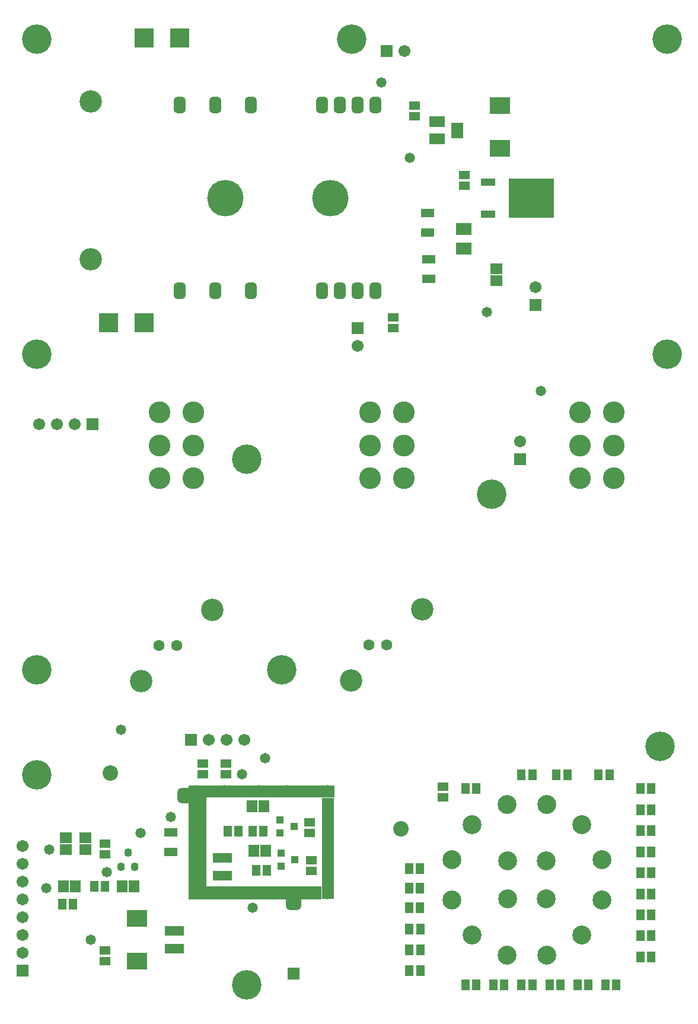
<source format=gts>
G04*
G04 #@! TF.GenerationSoftware,Altium Limited,CircuitStudio,1.5.2 (30)*
G04*
G04 Layer_Color=20142*
%FSLAX25Y25*%
%MOIN*%
G70*
G01*
G75*
%ADD12R,0.11417X0.09449*%
%ADD18R,0.11024X0.05512*%
%ADD55R,0.81890X0.07087*%
%ADD56R,0.07087X0.57087*%
%ADD57R,0.74803X0.07480*%
%ADD58R,0.10236X0.51181*%
%ADD59R,0.07887X0.04343*%
%ADD60R,0.25210X0.22257*%
%ADD61R,0.06115X0.04540*%
%ADD62R,0.07493X0.04540*%
G04:AMPARAMS|DCode=63|XSize=86.74mil|YSize=86.74mil|CornerRadius=23.69mil|HoleSize=0mil|Usage=FLASHONLY|Rotation=270.000|XOffset=0mil|YOffset=0mil|HoleType=Round|Shape=RoundedRectangle|*
%AMROUNDEDRECTD63*
21,1,0.08674,0.03937,0,0,270.0*
21,1,0.03937,0.08674,0,0,270.0*
1,1,0.04737,-0.01969,-0.01969*
1,1,0.04737,-0.01969,0.01969*
1,1,0.04737,0.01969,0.01969*
1,1,0.04737,0.01969,-0.01969*
%
%ADD63ROUNDEDRECTD63*%
%ADD64R,0.06312X0.06902*%
%ADD65R,0.04540X0.06115*%
G04:AMPARAMS|DCode=66|XSize=37.92mil|YSize=43.43mil|CornerRadius=11.48mil|HoleSize=0mil|Usage=FLASHONLY|Rotation=0.000|XOffset=0mil|YOffset=0mil|HoleType=Round|Shape=RoundedRectangle|*
%AMROUNDEDRECTD66*
21,1,0.03792,0.02047,0,0,0.0*
21,1,0.01496,0.04343,0,0,0.0*
1,1,0.02296,0.00748,-0.01024*
1,1,0.02296,-0.00748,-0.01024*
1,1,0.02296,-0.00748,0.01024*
1,1,0.02296,0.00748,0.01024*
%
%ADD66ROUNDEDRECTD66*%
%ADD67R,0.06902X0.06312*%
%ADD68R,0.07099X0.08674*%
%ADD69R,0.08674X0.05918*%
G04:AMPARAMS|DCode=70|XSize=67.06mil|YSize=90.68mil|CornerRadius=18.76mil|HoleSize=0mil|Usage=FLASHONLY|Rotation=0.000|XOffset=0mil|YOffset=0mil|HoleType=Round|Shape=RoundedRectangle|*
%AMROUNDEDRECTD70*
21,1,0.06706,0.05315,0,0,0.0*
21,1,0.02953,0.09068,0,0,0.0*
1,1,0.03753,0.01476,-0.02658*
1,1,0.03753,-0.01476,-0.02658*
1,1,0.03753,-0.01476,0.02658*
1,1,0.03753,0.01476,0.02658*
%
%ADD70ROUNDEDRECTD70*%
%ADD71R,0.08674X0.06706*%
%ADD72R,0.04343X0.03950*%
%ADD73R,0.06706X0.06706*%
%ADD74C,0.06706*%
%ADD75R,0.06706X0.06706*%
%ADD76C,0.12217*%
%ADD77C,0.12611*%
%ADD78C,0.06312*%
%ADD79C,0.16548*%
%ADD80R,0.10642X0.10642*%
%ADD81R,0.10642X0.10642*%
%ADD82C,0.20485*%
%ADD83C,0.10642*%
%ADD84C,0.08674*%
%ADD85C,0.05800*%
D12*
X280000Y489803D02*
D03*
Y513819D02*
D03*
X76000Y32992D02*
D03*
Y57008D02*
D03*
D18*
X97000Y39882D02*
D03*
Y50118D02*
D03*
X124000Y91118D02*
D03*
Y80882D02*
D03*
D55*
X146063Y128347D02*
D03*
D56*
X183465Y96260D02*
D03*
D57*
X142520Y71457D02*
D03*
D58*
X110236Y100787D02*
D03*
D59*
X273465Y470787D02*
D03*
Y452835D02*
D03*
D60*
X297874Y461811D02*
D03*
D61*
X232000Y507760D02*
D03*
Y513862D02*
D03*
X260000Y468760D02*
D03*
Y474862D02*
D03*
X248000Y124949D02*
D03*
Y131051D02*
D03*
X58000Y99051D02*
D03*
Y92949D02*
D03*
X113000Y137949D02*
D03*
Y144051D02*
D03*
X126000D02*
D03*
Y137949D02*
D03*
X174213Y89665D02*
D03*
Y83563D02*
D03*
X173000Y104949D02*
D03*
Y111051D02*
D03*
X58000Y39051D02*
D03*
Y32949D02*
D03*
X220000Y394862D02*
D03*
Y388760D02*
D03*
D62*
X239500Y442299D02*
D03*
Y453323D02*
D03*
X240000Y427323D02*
D03*
Y416299D02*
D03*
X95000Y105512D02*
D03*
Y94488D02*
D03*
D63*
X103000Y126000D02*
D03*
X164000Y66000D02*
D03*
D64*
X74347Y75000D02*
D03*
X67654D02*
D03*
X34653D02*
D03*
X41346D02*
D03*
X148346Y95000D02*
D03*
X141654D02*
D03*
X147346Y120000D02*
D03*
X140654D02*
D03*
D65*
X260728Y129921D02*
D03*
X266831D02*
D03*
X292224Y137795D02*
D03*
X298327D02*
D03*
X311909D02*
D03*
X318012D02*
D03*
X335531D02*
D03*
X341634D02*
D03*
X359154Y129921D02*
D03*
X365256D02*
D03*
Y106299D02*
D03*
X359154D02*
D03*
X365256Y118110D02*
D03*
X359154D02*
D03*
Y94488D02*
D03*
X365256D02*
D03*
X359154Y82677D02*
D03*
X365256D02*
D03*
Y59055D02*
D03*
X359154D02*
D03*
X365256Y70866D02*
D03*
X359154D02*
D03*
X365256Y47244D02*
D03*
X359154D02*
D03*
Y35433D02*
D03*
X365256D02*
D03*
X339469Y19685D02*
D03*
X345571D02*
D03*
X323721D02*
D03*
X329823D02*
D03*
X307972D02*
D03*
X314075D02*
D03*
X292224D02*
D03*
X298327D02*
D03*
X276476D02*
D03*
X282579D02*
D03*
X260728D02*
D03*
X266831D02*
D03*
X235335Y39370D02*
D03*
X229232D02*
D03*
X235335Y27559D02*
D03*
X229232D02*
D03*
Y51181D02*
D03*
X235335D02*
D03*
X235051Y63000D02*
D03*
X228949D02*
D03*
X235051Y85000D02*
D03*
X228949D02*
D03*
Y74000D02*
D03*
X235051D02*
D03*
X51949Y75000D02*
D03*
X58051D02*
D03*
X40051Y65000D02*
D03*
X33949D02*
D03*
X149051Y84000D02*
D03*
X142949D02*
D03*
X147051Y106000D02*
D03*
X140949D02*
D03*
X133051D02*
D03*
X126949D02*
D03*
D66*
X74740Y86063D02*
D03*
X67260D02*
D03*
X71000Y93937D02*
D03*
D67*
X36000Y102347D02*
D03*
Y95653D02*
D03*
X47000Y102347D02*
D03*
Y95653D02*
D03*
X278000Y422157D02*
D03*
Y415465D02*
D03*
D68*
X256209Y499811D02*
D03*
D69*
X244791Y494890D02*
D03*
Y504732D02*
D03*
D70*
X100000Y513917D02*
D03*
X120000D02*
D03*
X140000D02*
D03*
X180000D02*
D03*
X190000D02*
D03*
X200000D02*
D03*
X210000D02*
D03*
Y409705D02*
D03*
X200000D02*
D03*
X190000D02*
D03*
X180000D02*
D03*
X140000D02*
D03*
X120000D02*
D03*
X100000D02*
D03*
D71*
X259842Y444488D02*
D03*
Y433465D02*
D03*
D72*
X164937Y90000D02*
D03*
X157063Y86260D02*
D03*
Y93740D02*
D03*
X164339Y108653D02*
D03*
X156465Y104913D02*
D03*
Y112394D02*
D03*
D73*
X216535Y544291D02*
D03*
X106299Y157480D02*
D03*
X51181Y334646D02*
D03*
D74*
X226535Y544291D02*
D03*
X11811Y37559D02*
D03*
Y47559D02*
D03*
Y57559D02*
D03*
Y67559D02*
D03*
Y77559D02*
D03*
Y87559D02*
D03*
Y97559D02*
D03*
X116299Y157480D02*
D03*
X126299D02*
D03*
X136299D02*
D03*
X300000Y411811D02*
D03*
X291339Y324961D02*
D03*
X41181Y334646D02*
D03*
X31181D02*
D03*
X21181D02*
D03*
X200000Y378760D02*
D03*
D75*
X11811Y27559D02*
D03*
X164000Y26000D02*
D03*
X300000Y401811D02*
D03*
X291339Y314961D02*
D03*
X200000Y388760D02*
D03*
D76*
X226043Y341339D02*
D03*
Y322835D02*
D03*
Y304331D02*
D03*
X207028Y341339D02*
D03*
Y322835D02*
D03*
Y304331D02*
D03*
X88917D02*
D03*
Y322835D02*
D03*
Y341339D02*
D03*
X107933Y304331D02*
D03*
Y322835D02*
D03*
Y341339D02*
D03*
X344153D02*
D03*
Y322835D02*
D03*
Y304331D02*
D03*
X325138Y341339D02*
D03*
Y322835D02*
D03*
Y304331D02*
D03*
D77*
X196535Y190630D02*
D03*
X236535Y230630D02*
D03*
X118425Y230472D02*
D03*
X78425Y190472D02*
D03*
X50000Y516102D02*
D03*
Y427520D02*
D03*
D78*
X206535Y210630D02*
D03*
X216535D02*
D03*
X98425Y210472D02*
D03*
X88425D02*
D03*
D79*
X275590Y295276D02*
D03*
X157480Y196850D02*
D03*
X137795Y314961D02*
D03*
X19685Y137795D02*
D03*
X137795Y19685D02*
D03*
X19685Y196850D02*
D03*
X370079Y153543D02*
D03*
X196850Y551181D02*
D03*
X374016Y374016D02*
D03*
Y551181D02*
D03*
X19685Y374016D02*
D03*
Y551181D02*
D03*
D80*
X80000Y391811D02*
D03*
X60000D02*
D03*
D81*
X100000Y551811D02*
D03*
X80000D02*
D03*
D82*
X184772Y461811D02*
D03*
X125716D02*
D03*
D83*
X284559Y89457D02*
D03*
X305992Y68024D02*
D03*
Y89457D02*
D03*
X253063Y90051D02*
D03*
X264374Y109642D02*
D03*
X283965Y120953D02*
D03*
X306587D02*
D03*
X326177Y109642D02*
D03*
X337488Y90051D02*
D03*
Y67429D02*
D03*
X326177Y47839D02*
D03*
X306587Y36528D02*
D03*
X283965D02*
D03*
X264374Y47839D02*
D03*
X253063Y67429D02*
D03*
X284559Y68024D02*
D03*
D84*
X61024Y138779D02*
D03*
X224410Y107283D02*
D03*
D85*
X272638Y397638D02*
D03*
X229331Y484252D02*
D03*
X213583Y526575D02*
D03*
X59000Y83000D02*
D03*
X50000Y45000D02*
D03*
X25000Y74000D02*
D03*
X26654Y95653D02*
D03*
X78000Y105000D02*
D03*
X148000Y147000D02*
D03*
X141000Y63000D02*
D03*
X135000Y138000D02*
D03*
X95000Y114000D02*
D03*
X303000Y353331D02*
D03*
X67000Y163000D02*
D03*
X144685Y128937D02*
D03*
X160433D02*
D03*
X183071D02*
D03*
X125000D02*
D03*
X109252D02*
D03*
Y109252D02*
D03*
X110236Y71850D02*
D03*
X109252Y90551D02*
D03*
X183071D02*
D03*
Y70866D02*
D03*
X164370D02*
D03*
X131890D02*
D03*
X150591D02*
D03*
X183071Y110236D02*
D03*
M02*

</source>
